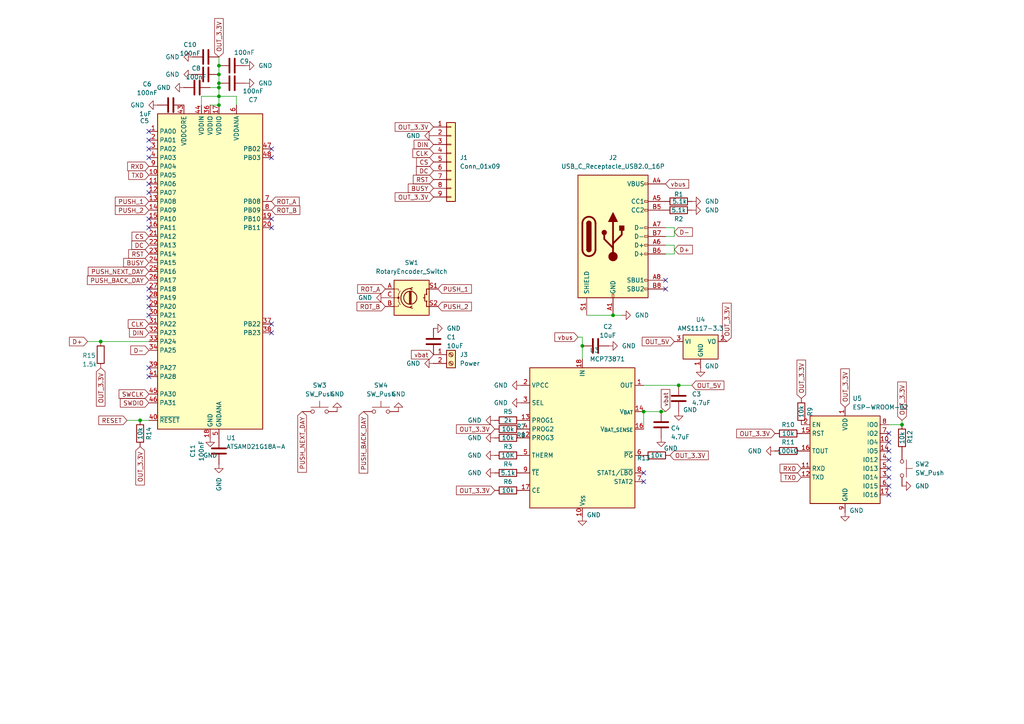
<source format=kicad_sch>
(kicad_sch (version 20250114) (generator "eeschema") (generator_version "9.0")
  (paper "A4")
  (lib_symbols
    (symbol "Battery_Management:MCP73871"
      (property "Reference" "U" (at -7.62 24.13 0))
      (property "Value" "MCP73871" (at -15.24 21.59 0))
      (symbol "MCP73871_0_1"
        (rectangle (start -15.24 20.32) (end 15.24 -20.32) (stroke (width 0.254)) (fill (type background)))
      )
      (symbol "MCP73871_1_1"
        (pin input line (at -17.78 15.24 0) (length 2.54) (name "VPCC") (number "2"))
        (pin input line (at -17.78 10.16 0) (length 2.54) (name "SEL") (number "3"))
        (pin bidirectional line (at -17.78 5.08 0) (length 2.54) (name "PROG1") (number "13"))
        (pin input line (at -17.78 2.54 0) (length 2.54) (name "PROG2") (number "4"))
        (pin bidirectional line (at -17.78 0 0) (length 2.54) (name "PROG3") (number "12"))
        (pin bidirectional line (at -17.78 -5.08 0) (length 2.54) (name "THERM") (number "5"))
        (pin input line (at -17.78 -10.16 0) (length 2.54) (name "~{TE}") (number "9"))
        (pin input line (at -17.78 -15.24 0) (length 2.54) (name "CE") (number "17"))
        (pin power_in line (at 0 22.86 270) (length 2.54) (name "IN") (number "18"))
        (pin passive line (at 0 22.86 270) (length 2.54) (hide yes) (name "IN") (number "19"))
        (pin power_in line (at 0 -22.86 90) (length 2.54) (name "V_{SS}") (number "10"))
        (pin passive line (at 0 -22.86 90) (length 2.54) (hide yes) (name "V_{SS}") (number "11"))
        (pin passive line (at 0 -22.86 90) (length 2.54) (hide yes) (name "V_{SS}") (number "21"))
        (pin power_out line (at 17.78 15.24 180) (length 2.54) (name "OUT") (number "1"))
        (pin passive line (at 17.78 15.24 180) (length 2.54) (hide yes) (name "OUT") (number "20"))
        (pin power_out line (at 17.78 7.62 180) (length 2.54) (name "V_{BAT}") (number "14"))
        (pin passive line (at 17.78 7.62 180) (length 2.54) (hide yes) (name "V_{BAT}") (number "15"))
        (pin input line (at 17.78 2.54 180) (length 2.54) (name "V_{BAT_SENSE}") (number "16"))
        (pin open_collector line (at 17.78 -5.08 180) (length 2.54) (name "~{PG}") (number "6"))
        (pin open_collector line (at 17.78 -10.16 180) (length 2.54) (name "STAT1/~{LBO}") (number "8"))
        (pin open_collector line (at 17.78 -12.7 180) (length 2.54) (name "STAT2") (number "7"))
      )
    )
    (symbol "Connector:Screw_Terminal_01x02" (pin_names (offset 1.016) (hide yes))
      (property "Reference" "J" (at 0 2.54 0))
      (property "Value" "Screw_Terminal_01x02" (at 0 -5.08 0))
      (symbol "Screw_Terminal_01x02_1_1"
        (rectangle (start -1.27 1.27) (end 1.27 -3.81) (stroke (width 0.254)) (fill (type background)))
        (polyline (pts (xy -0.5334 0.3302) (xy 0.3302 -0.508)) (stroke (width 0.1524)))
        (polyline (pts (xy -0.5334 -2.2098) (xy 0.3302 -3.048)) (stroke (width 0.1524)))
        (polyline (pts (xy -0.3556 0.508) (xy 0.508 -0.3302)) (stroke (width 0.1524)))
        (polyline (pts (xy -0.3556 -2.032) (xy 0.508 -2.8702)) (stroke (width 0.1524)))
        (circle (center 0 0) (radius 0.635) (stroke (width 0.1524)))
        (circle (center 0 -2.54) (radius 0.635) (stroke (width 0.1524)))
        (pin passive line (at -5.08 0 0) (length 3.81) (name "Pin_1") (number "1"))
        (pin passive line (at -5.08 -2.54 0) (length 3.81) (name "Pin_2") (number "2"))
      )
    )
    (symbol "Connector:USB_C_Receptacle_USB2.0_16P" (pin_names (offset 1.016))
      (property "Reference" "J" (at 0 22.225 0))
      (property "Value" "USB_C_Receptacle_USB2.0_16P" (at 0 19.685 0))
      (symbol "USB_C_Receptacle_USB2.0_16P_0_0"
        (rectangle (start -0.254 -17.78) (end 0.254 -16.764))
        (rectangle (start 10.16 15.494) (end 9.144 14.986))
        (rectangle (start 10.16 10.414) (end 9.144 9.906))
        (rectangle (start 10.16 7.874) (end 9.144 7.366))
        (rectangle (start 10.16 2.794) (end 9.144 2.286))
        (rectangle (start 10.16 0.254) (end 9.144 -0.254))
        (rectangle (start 10.16 -2.286) (end 9.144 -2.794))
        (rectangle (start 10.16 -4.826) (end 9.144 -5.334))
        (rectangle (start 10.16 -12.446) (end 9.144 -12.954))
        (rectangle (start 10.16 -14.986) (end 9.144 -15.494))
      )
      (symbol "USB_C_Receptacle_USB2.0_16P_0_1"
        (rectangle (start -10.16 17.78) (end 10.16 -17.78) (stroke (width 0.254)) (fill (type background)))
        (polyline (pts (xy -8.89 -3.81) (xy -8.89 3.81)) (stroke (width 0.508)))
        (rectangle (start -7.62 -3.81) (end -6.35 3.81) (stroke (width 0.254)) (fill (type outline)))
        (arc (start -7.62 3.81) (mid -6.985 4.4423) (end -6.35 3.81) (stroke (width 0.254)))
        (arc (start -7.62 3.81) (mid -6.985 4.4423) (end -6.35 3.81) (stroke (width 0.254)) (fill (type outline)))
        (arc (start -8.89 3.81) (mid -6.985 5.7067) (end -5.08 3.81) (stroke (width 0.508)))
        (arc (start -5.08 -3.81) (mid -6.985 -5.7067) (end -8.89 -3.81) (stroke (width 0.508)))
        (arc (start -6.35 -3.81) (mid -6.985 -4.4423) (end -7.62 -3.81) (stroke (width 0.254)))
        (arc (start -6.35 -3.81) (mid -6.985 -4.4423) (end -7.62 -3.81) (stroke (width 0.254)) (fill (type outline)))
        (polyline (pts (xy -5.08 3.81) (xy -5.08 -3.81)) (stroke (width 0.508)))
        (circle (center -2.54 1.143) (radius 0.635) (stroke (width 0.254)) (fill (type outline)))
        (polyline (pts (xy -1.27 4.318) (xy 0 6.858) (xy 1.27 4.318) (xy -1.27 4.318)) (stroke (width 0.254)) (fill (type outline)))
        (polyline (pts (xy 0 -2.032) (xy 2.54 0.508) (xy 2.54 1.778)) (stroke (width 0.508)))
        (polyline (pts (xy 0 -3.302) (xy -2.54 -0.762) (xy -2.54 0.508)) (stroke (width 0.508)))
        (polyline (pts (xy 0 -5.842) (xy 0 4.318)) (stroke (width 0.508)))
        (circle (center 0 -5.842) (radius 1.27) (fill (type outline)))
        (rectangle (start 1.905 1.778) (end 3.175 3.048) (stroke (width 0.254)) (fill (type outline)))
      )
      (symbol "USB_C_Receptacle_USB2.0_16P_1_1"
        (pin passive line (at -7.62 -22.86 90) (length 5.08) (name "SHIELD") (number "S1"))
        (pin passive line (at 0 -22.86 90) (length 5.08) (name "GND") (number "A1"))
        (pin passive line (at 0 -22.86 90) (length 5.08) (hide yes) (name "GND") (number "A12"))
        (pin passive line (at 0 -22.86 90) (length 5.08) (hide yes) (name "GND") (number "B1"))
        (pin passive line (at 0 -22.86 90) (length 5.08) (hide yes) (name "GND") (number "B12"))
        (pin passive line (at 15.24 15.24 180) (length 5.08) (name "VBUS") (number "A4"))
        (pin passive line (at 15.24 15.24 180) (length 5.08) (hide yes) (name "VBUS") (number "A9"))
        (pin passive line (at 15.24 15.24 180) (length 5.08) (hide yes) (name "VBUS") (number "B4"))
        (pin passive line (at 15.24 15.24 180) (length 5.08) (hide yes) (name "VBUS") (number "B9"))
        (pin bidirectional line (at 15.24 10.16 180) (length 5.08) (name "CC1") (number "A5"))
        (pin bidirectional line (at 15.24 7.62 180) (length 5.08) (name "CC2") (number "B5"))
        (pin bidirectional line (at 15.24 2.54 180) (length 5.08) (name "D-") (number "A7"))
        (pin bidirectional line (at 15.24 0 180) (length 5.08) (name "D-") (number "B7"))
        (pin bidirectional line (at 15.24 -2.54 180) (length 5.08) (name "D+") (number "A6"))
        (pin bidirectional line (at 15.24 -5.08 180) (length 5.08) (name "D+") (number "B6"))
        (pin bidirectional line (at 15.24 -12.7 180) (length 5.08) (name "SBU1") (number "A8"))
        (pin bidirectional line (at 15.24 -15.24 180) (length 5.08) (name "SBU2") (number "B8"))
      )
    )
    (symbol "Connector_Generic:Conn_01x09" (pin_names (offset 1.016) (hide yes))
      (property "Reference" "J" (at 0 12.7 0))
      (property "Value" "Conn_01x09" (at 0 -12.7 0))
      (symbol "Conn_01x09_1_1"
        (rectangle (start -1.27 11.43) (end 1.27 -11.43) (stroke (width 0.254)) (fill (type background)))
        (rectangle (start -1.27 10.287) (end 0 10.033) (stroke (width 0.1524)))
        (rectangle (start -1.27 7.747) (end 0 7.493) (stroke (width 0.1524)))
        (rectangle (start -1.27 5.207) (end 0 4.953) (stroke (width 0.1524)))
        (rectangle (start -1.27 2.667) (end 0 2.413) (stroke (width 0.1524)))
        (rectangle (start -1.27 0.127) (end 0 -0.127) (stroke (width 0.1524)))
        (rectangle (start -1.27 -2.413) (end 0 -2.667) (stroke (width 0.1524)))
        (rectangle (start -1.27 -4.953) (end 0 -5.207) (stroke (width 0.1524)))
        (rectangle (start -1.27 -7.493) (end 0 -7.747) (stroke (width 0.1524)))
        (rectangle (start -1.27 -10.033) (end 0 -10.287) (stroke (width 0.1524)))
        (pin passive line (at -5.08 10.16 0) (length 3.81) (name "Pin_1") (number "1"))
        (pin passive line (at -5.08 7.62 0) (length 3.81) (name "Pin_2") (number "2"))
        (pin passive line (at -5.08 5.08 0) (length 3.81) (name "Pin_3") (number "3"))
        (pin passive line (at -5.08 2.54 0) (length 3.81) (name "Pin_4") (number "4"))
        (pin passive line (at -5.08 0 0) (length 3.81) (name "Pin_5") (number "5"))
        (pin passive line (at -5.08 -2.54 0) (length 3.81) (name "Pin_6") (number "6"))
        (pin passive line (at -5.08 -5.08 0) (length 3.81) (name "Pin_7") (number "7"))
        (pin passive line (at -5.08 -7.62 0) (length 3.81) (name "Pin_8") (number "8"))
        (pin passive line (at -5.08 -10.16 0) (length 3.81) (name "Pin_9") (number "9"))
      )
    )
    (symbol "Device:C" (pin_numbers (hide yes)) (pin_names (offset 0.254))
      (property "Reference" "C" (at 0.635 2.54 0))
      (property "Value" "C" (at 0.635 -2.54 0))
      (symbol "C_0_1"
        (polyline (pts (xy -2.032 0.762) (xy 2.032 0.762)) (stroke (width 0.508)))
        (polyline (pts (xy -2.032 -0.762) (xy 2.032 -0.762)) (stroke (width 0.508)))
      )
      (symbol "C_1_1"
        (pin passive line (at 0 3.81 270) (length 2.794) (name "~") (number "1"))
        (pin passive line (at 0 -3.81 90) (length 2.794) (name "~") (number "2"))
      )
    )
    (symbol "Device:R" (pin_numbers (hide yes)) (pin_names (offset 0))
      (property "Reference" "R" (at 2.032 0 90))
      (property "Value" "R" (at 0 0 90))
      (symbol "R_0_1"
        (rectangle (start -1.016 -2.54) (end 1.016 2.54) (stroke (width 0.254)))
      )
      (symbol "R_1_1"
        (pin passive line (at 0 3.81 270) (length 1.27) (name "~") (number "1"))
        (pin passive line (at 0 -3.81 90) (length 1.27) (name "~") (number "2"))
      )
    )
    (symbol "Device:RotaryEncoder_Switch" (pin_names (offset 0.254) (hide yes))
      (property "Reference" "SW" (at 0 6.604 0))
      (property "Value" "RotaryEncoder_Switch" (at 0 -6.604 0))
      (symbol "RotaryEncoder_Switch_0_1"
        (rectangle (start -5.08 5.08) (end 5.08 -5.08) (stroke (width 0.254)) (fill (type background)))
        (polyline (pts (xy -5.08 2.54) (xy -3.81 2.54) (xy -3.81 2.032)))
        (polyline (pts (xy -5.08 0) (xy -3.81 0) (xy -3.81 -1.016) (xy -3.302 -2.032)))
        (polyline (pts (xy -5.08 -2.54) (xy -3.81 -2.54) (xy -3.81 -2.032)))
        (polyline (pts (xy -4.318 0) (xy -3.81 0) (xy -3.81 1.016) (xy -3.302 2.032)))
        (circle (center -3.81 0) (radius 0.254) (fill (type outline)))
        (polyline (pts (xy -0.635 -1.778) (xy -0.635 1.778)) (stroke (width 0.254)))
        (circle (center -0.381 0) (radius 1.905) (stroke (width 0.254)))
        (polyline (pts (xy -0.381 -1.778) (xy -0.381 1.778)) (stroke (width 0.254)))
        (arc (start -0.381 -2.794) (mid -3.0988 -0.0635) (end -0.381 2.667) (stroke (width 0.254)))
        (polyline (pts (xy -0.127 1.778) (xy -0.127 -1.778)) (stroke (width 0.254)))
        (polyline (pts (xy 0.254 2.921) (xy -0.508 2.667) (xy 0.127 2.286)) (stroke (width 0.254)))
        (polyline (pts (xy 0.254 -3.048) (xy -0.508 -2.794) (xy 0.127 -2.413)) (stroke (width 0.254)))
        (polyline (pts (xy 3.81 1.016) (xy 3.81 -1.016)) (stroke (width 0.254)))
        (polyline (pts (xy 3.81 0) (xy 3.429 0)) (stroke (width 0.254)))
        (circle (center 4.318 1.016) (radius 0.127) (stroke (width 0.254)))
        (circle (center 4.318 -1.016) (radius 0.127) (stroke (width 0.254)))
        (polyline (pts (xy 5.08 2.54) (xy 4.318 2.54) (xy 4.318 1.016)) (stroke (width 0.254)))
        (polyline (pts (xy 5.08 -2.54) (xy 4.318 -2.54) (xy 4.318 -1.016)) (stroke (width 0.254)))
      )
      (symbol "RotaryEncoder_Switch_1_1"
        (pin passive line (at -7.62 2.54 0) (length 2.54) (name "A") (number "A"))
        (pin passive line (at -7.62 0 0) (length 2.54) (name "C") (number "C"))
        (pin passive line (at -7.62 -2.54 0) (length 2.54) (name "B") (number "B"))
        (pin passive line (at 7.62 2.54 180) (length 2.54) (name "S1") (number "S1"))
        (pin passive line (at 7.62 -2.54 180) (length 2.54) (name "S2") (number "S2"))
      )
    )
    (symbol "MCU_Microchip_SAMD:ATSAMD21G18A-A"
      (property "Reference" "U" (at -13.97 46.99 0))
      (property "Value" "ATSAMD21G18A-A" (at 16.51 46.99 0))
      (symbol "ATSAMD21G18A-A_0_1"
        (rectangle (start -15.24 45.72) (end 15.24 -45.72) (stroke (width 0.254)) (fill (type background)))
      )
      (symbol "ATSAMD21G18A-A_1_1"
        (pin bidirectional line (at -17.78 40.64 0) (length 2.54) (name "PA00") (number "1"))
        (pin bidirectional line (at -17.78 38.1 0) (length 2.54) (name "PA01") (number "2"))
        (pin bidirectional line (at -17.78 35.56 0) (length 2.54) (name "PA02") (number "3"))
        (pin bidirectional line (at -17.78 33.02 0) (length 2.54) (name "PA03") (number "4"))
        (pin bidirectional line (at -17.78 30.48 0) (length 2.54) (name "PA04") (number "9"))
        (pin bidirectional line (at -17.78 27.94 0) (length 2.54) (name "PA05") (number "10"))
        (pin bidirectional line (at -17.78 25.4 0) (length 2.54) (name "PA06") (number "11"))
        (pin bidirectional line (at -17.78 22.86 0) (length 2.54) (name "PA07") (number "12"))
        (pin bidirectional line (at -17.78 20.32 0) (length 2.54) (name "PA08") (number "13"))
        (pin bidirectional line (at -17.78 17.78 0) (length 2.54) (name "PA09") (number "14"))
        (pin bidirectional line (at -17.78 15.24 0) (length 2.54) (name "PA10") (number "15"))
        (pin bidirectional line (at -17.78 12.7 0) (length 2.54) (name "PA11") (number "16"))
        (pin bidirectional line (at -17.78 10.16 0) (length 2.54) (name "PA12") (number "21"))
        (pin bidirectional line (at -17.78 7.62 0) (length 2.54) (name "PA13") (number "22"))
        (pin bidirectional line (at -17.78 5.08 0) (length 2.54) (name "PA14") (number "23"))
        (pin bidirectional line (at -17.78 2.54 0) (length 2.54) (name "PA15") (number "24"))
        (pin bidirectional line (at -17.78 0 0) (length 2.54) (name "PA16") (number "25"))
        (pin bidirectional line (at -17.78 -2.54 0) (length 2.54) (name "PA17") (number "26"))
        (pin bidirectional line (at -17.78 -5.08 0) (length 2.54) (name "PA18") (number "27"))
        (pin bidirectional line (at -17.78 -7.62 0) (length 2.54) (name "PA19") (number "28"))
        (pin bidirectional line (at -17.78 -10.16 0) (length 2.54) (name "PA20") (number "29"))
        (pin bidirectional line (at -17.78 -12.7 0) (length 2.54) (name "PA21") (number "30"))
        (pin bidirectional line (at -17.78 -15.24 0) (length 2.54) (name "PA22") (number "31"))
        (pin bidirectional line (at -17.78 -17.78 0) (length 2.54) (name "PA23") (number "32"))
        (pin bidirectional line (at -17.78 -20.32 0) (length 2.54) (name "PA24") (number "33"))
        (pin bidirectional line (at -17.78 -22.86 0) (length 2.54) (name "PA25") (number "34"))
        (pin bidirectional line (at -17.78 -27.94 0) (length 2.54) (name "PA27") (number "39"))
        (pin bidirectional line (at -17.78 -30.48 0) (length 2.54) (name "PA28") (number "41"))
        (pin bidirectional line (at -17.78 -35.56 0) (length 2.54) (name "PA30") (number "45"))
        (pin bidirectional line (at -17.78 -38.1 0) (length 2.54) (name "PA31") (number "46"))
        (pin input line (at -17.78 -43.18 0) (length 2.54) (name "~{RESET}") (number "40"))
        (pin power_out line (at -7.62 48.26 270) (length 2.54) (name "VDDCORE") (number "43"))
        (pin power_in line (at -2.54 48.26 270) (length 2.54) (name "VDDIN") (number "44"))
        (pin power_in line (at 0 48.26 270) (length 2.54) (name "VDDIO") (number "36"))
        (pin power_in line (at 0 -48.26 90) (length 2.54) (name "GND") (number "18"))
        (pin passive line (at 0 -48.26 90) (length 2.54) (hide yes) (name "GND") (number "35"))
        (pin passive line (at 0 -48.26 90) (length 2.54) (hide yes) (name "GND") (number "42"))
        (pin power_in line (at 2.54 48.26 270) (length 2.54) (name "VDDIO") (number "17"))
        (pin power_in line (at 2.54 -48.26 90) (length 2.54) (name "GNDANA") (number "5"))
        (pin power_in line (at 7.62 48.26 270) (length 2.54) (name "VDDANA") (number "6"))
        (pin bidirectional line (at 17.78 35.56 180) (length 2.54) (name "PB02") (number "47"))
        (pin bidirectional line (at 17.78 33.02 180) (length 2.54) (name "PB03") (number "48"))
        (pin bidirectional line (at 17.78 20.32 180) (length 2.54) (name "PB08") (number "7"))
        (pin bidirectional line (at 17.78 17.78 180) (length 2.54) (name "PB09") (number "8"))
        (pin bidirectional line (at 17.78 15.24 180) (length 2.54) (name "PB10") (number "19"))
        (pin bidirectional line (at 17.78 12.7 180) (length 2.54) (name "PB11") (number "20"))
        (pin bidirectional line (at 17.78 -15.24 180) (length 2.54) (name "PB22") (number "37"))
        (pin bidirectional line (at 17.78 -17.78 180) (length 2.54) (name "PB23") (number "38"))
      )
    )
    (symbol "RF_Module:ESP-WROOM-02"
      (property "Reference" "U" (at -7.62 13.97 0))
      (property "Value" "ESP-WROOM-02" (at 10.16 13.97 0))
      (symbol "ESP-WROOM-02_0_1"
        (rectangle (start 10.16 12.7) (end -10.16 -12.7) (stroke (width 0.254)) (fill (type background)))
      )
      (symbol "ESP-WROOM-02_1_1"
        (pin input line (at -12.7 10.16 0) (length 2.54) (name "EN") (number "2"))
        (pin input line (at -12.7 7.62 0) (length 2.54) (name "RST") (number "15"))
        (pin input line (at -12.7 2.54 0) (length 2.54) (name "TOUT") (number "16"))
        (pin bidirectional line (at -12.7 -2.54 0) (length 2.54) (name "RXD") (number "11"))
        (pin bidirectional line (at -12.7 -5.08 0) (length 2.54) (name "TXD") (number "12"))
        (pin power_in line (at 0 15.24 270) (length 2.54) (name "VDD") (number "1"))
        (pin passive line (at 0 -15.24 90) (length 2.54) (hide yes) (name "GND") (number "13"))
        (pin passive line (at 0 -15.24 90) (length 2.54) (hide yes) (name "GND") (number "18"))
        (pin passive line (at 0 -15.24 90) (length 2.54) (hide yes) (name "GND") (number "19"))
        (pin power_in line (at 0 -15.24 90) (length 2.54) (name "GND") (number "9"))
        (pin bidirectional line (at 12.7 10.16 180) (length 2.54) (name "IO0") (number "8"))
        (pin bidirectional line (at 12.7 7.62 180) (length 2.54) (name "IO2") (number "7"))
        (pin bidirectional line (at 12.7 5.08 180) (length 2.54) (name "IO4") (number "10"))
        (pin bidirectional line (at 12.7 2.54 180) (length 2.54) (name "IO5") (number "14"))
        (pin bidirectional line (at 12.7 0 180) (length 2.54) (name "IO12") (number "4"))
        (pin bidirectional line (at 12.7 -2.54 180) (length 2.54) (name "IO13") (number "5"))
        (pin bidirectional line (at 12.7 -5.08 180) (length 2.54) (name "IO14") (number "3"))
        (pin bidirectional line (at 12.7 -7.62 180) (length 2.54) (name "IO15") (number "6"))
        (pin bidirectional line (at 12.7 -10.16 180) (length 2.54) (name "IO16") (number "17"))
      )
    )
    (symbol "Regulator_Linear:AMS1117-3.3"
      (property "Reference" "U" (at -3.81 3.175 0))
      (property "Value" "AMS1117-3.3" (at 0 3.175 0))
      (symbol "AMS1117-3.3_0_1"
        (rectangle (start -5.08 -5.08) (end 5.08 1.905) (stroke (width 0.254)) (fill (type background)))
      )
      (symbol "AMS1117-3.3_1_1"
        (pin power_in line (at -7.62 0 0) (length 2.54) (name "VI") (number "3"))
        (pin power_in line (at 0 -7.62 90) (length 2.54) (name "GND") (number "1"))
        (pin power_out line (at 7.62 0 180) (length 2.54) (name "VO") (number "2"))
      )
    )
    (symbol "Switch:SW_Push" (pin_numbers (hide yes)) (pin_names (offset 1.016) (hide yes))
      (property "Reference" "SW" (at 1.27 2.54 0))
      (property "Value" "SW_Push" (at 0 -1.524 0))
      (symbol "SW_Push_0_1"
        (circle (center -2.032 0) (radius 0.508))
        (polyline (pts (xy 0 1.27) (xy 0 3.048)))
        (circle (center 2.032 0) (radius 0.508))
        (polyline (pts (xy 2.54 1.27) (xy -2.54 1.27)))
        (pin passive line (at -5.08 0 0) (length 2.54) (name "1") (number "1"))
        (pin passive line (at 5.08 0 180) (length 2.54) (name "2") (number "2"))
      )
    )
    (symbol "power:GND" (power) (pin_numbers (hide yes)) (pin_names (offset 0) (hide yes))
      (property "Value" "GND" (at 0 -3.81 0))
      (symbol "GND_0_1"
        (polyline (pts (xy 0 0) (xy 0 -1.27) (xy 1.27 -1.27) (xy 0 -2.54) (xy -1.27 -1.27) (xy 0 -1.27)))
      )
      (symbol "GND_1_1"
        (pin power_in line (at 0 0 270) (length 0) (name "~") (number "1"))
      )
    )
  )
  (junction (at 191.77 119.38))
  (junction (at 63.5 27.94))
  (junction (at 63.5 21.59))
  (junction (at 63.5 24.13))
  (junction (at 63.5 25.4))
  (junction (at 186.69 119.38))
  (junction (at 63.5 30.48))
  (junction (at 29.21 99.06))
  (junction (at 261.62 123.19))
  (junction (at 177.8 91.44))
  (junction (at 63.5 19.05))
  (junction (at 40.64 121.92))
  (junction (at 168.91 100.33))
  (junction (at 196.85 111.76))
  (no_connect (at 257.81 138.43))
  (no_connect (at 78.74 63.5))
  (no_connect (at 43.18 86.36))
  (no_connect (at 43.18 88.9))
  (no_connect (at 78.74 96.52))
  (no_connect (at 43.18 109.22))
  (no_connect (at 43.18 66.04))
  (no_connect (at 257.81 135.89))
  (no_connect (at 193.04 81.28))
  (no_connect (at 43.18 43.18))
  (no_connect (at 78.74 93.98))
  (no_connect (at 257.81 130.81))
  (no_connect (at 257.81 128.27))
  (no_connect (at 78.74 66.04))
  (no_connect (at 43.18 83.82))
  (no_connect (at 43.18 91.44))
  (no_connect (at 186.69 139.7))
  (no_connect (at 43.18 40.64))
  (no_connect (at 186.69 137.16))
  (no_connect (at 43.18 63.5))
  (no_connect (at 257.81 133.35))
  (no_connect (at 43.18 45.72))
  (no_connect (at 193.04 83.82))
  (no_connect (at 78.74 43.18))
  (no_connect (at 43.18 38.1))
  (no_connect (at 257.81 125.73))
  (no_connect (at 78.74 45.72))
  (no_connect (at 43.18 53.34))
  (no_connect (at 43.18 106.68))
  (no_connect (at 257.81 140.97))
  (no_connect (at 43.18 55.88))
  (no_connect (at 257.81 143.51))
  (wire (pts (xy 36.83 121.92) (xy 40.64 121.92)))
  (wire (pts (xy 193.04 73.66) (xy 195.58 73.66)))
  (wire (pts (xy 170.18 91.44) (xy 177.8 91.44)))
  (wire (pts (xy 58.42 27.94) (xy 63.5 27.94)))
  (wire (pts (xy 63.5 19.05) (xy 63.5 21.59)))
  (wire (pts (xy 200.66 111.76) (xy 196.85 111.76)))
  (wire (pts (xy 193.04 119.38) (xy 191.77 119.38)))
  (wire (pts (xy 168.91 104.14) (xy 168.91 100.33)))
  (wire (pts (xy 63.5 27.94) (xy 68.58 27.94)))
  (wire (pts (xy 58.42 30.48) (xy 58.42 27.94)))
  (wire (pts (xy 195.58 71.12) (xy 195.58 73.66)))
  (wire (pts (xy 257.81 123.19) (xy 261.62 123.19)))
  (wire (pts (xy 177.8 91.44) (xy 180.34 91.44)))
  (wire (pts (xy 186.69 119.38) (xy 186.69 124.46)))
  (wire (pts (xy 193.04 71.12) (xy 195.58 71.12)))
  (wire (pts (xy 60.96 30.48) (xy 63.5 30.48)))
  (wire (pts (xy 193.04 66.04) (xy 195.58 66.04)))
  (wire (pts (xy 191.77 119.38) (xy 186.69 119.38)))
  (wire (pts (xy 195.58 66.04) (xy 195.58 68.58)))
  (wire (pts (xy 63.5 27.94) (xy 63.5 30.48)))
  (wire (pts (xy 63.5 25.4) (xy 60.96 25.4)))
  (wire (pts (xy 63.5 16.51) (xy 63.5 19.05)))
  (wire (pts (xy 68.58 27.94) (xy 68.58 30.48)))
  (wire (pts (xy 25.4 99.06) (xy 29.21 99.06)))
  (wire (pts (xy 168.91 97.79) (xy 167.64 97.79)))
  (wire (pts (xy 63.5 21.59) (xy 63.5 24.13)))
  (wire (pts (xy 261.62 123.19) (xy 261.62 121.92)))
  (wire (pts (xy 186.69 111.76) (xy 196.85 111.76)))
  (wire (pts (xy 193.04 68.58) (xy 195.58 68.58)))
  (wire (pts (xy 168.91 100.33) (xy 168.91 97.79)))
  (wire (pts (xy 63.5 27.94) (xy 63.5 25.4)))
  (wire (pts (xy 63.5 24.13) (xy 63.5 25.4)))
  (wire (pts (xy 29.21 99.06) (xy 43.18 99.06)))
  (wire (pts (xy 40.64 121.92) (xy 43.18 121.92)))
  (global_label "OUT_3.3V" (shape input) (at 232.41 115.57 90) (property "Intersheetrefs" "${INTERSHEET_REFS}" (effects (hide yes))))
  (global_label "OUT_3.3V" (shape input) (at 261.62 121.92 90) (property "Intersheetrefs" "${INTERSHEET_REFS}" (effects (hide yes))))
  (global_label "SWDIO" (shape input) (at 43.18 116.84 180) (property "Intersheetrefs" "${INTERSHEET_REFS}" (effects (hide yes))))
  (global_label "OUT_5V" (shape input) (at 195.58 99.06 180) (property "Intersheetrefs" "${INTERSHEET_REFS}" (effects (hide yes))))
  (global_label "OUT_3.3V" (shape input) (at 63.5 16.51 90) (property "Intersheetrefs" "${INTERSHEET_REFS}" (effects (hide yes))))
  (global_label "ROT_B" (shape input) (at 111.76 88.9 180) (property "Intersheetrefs" "${INTERSHEET_REFS}" (effects (hide yes))))
  (global_label "OUT_3.3V" (shape input) (at 210.82 99.06 90) (property "Intersheetrefs" "${INTERSHEET_REFS}" (effects (hide yes))))
  (global_label "PUSH_2" (shape input) (at 127 88.9 0) (property "Intersheetrefs" "${INTERSHEET_REFS}" (effects (hide yes))))
  (global_label "D-" (shape input) (at 43.18 101.6 180) (property "Intersheetrefs" "${INTERSHEET_REFS}" (effects (hide yes))))
  (global_label "OUT_3.3V" (shape input) (at 125.73 57.15 180) (property "Intersheetrefs" "${INTERSHEET_REFS}" (effects (hide yes))))
  (global_label "PUSH_1" (shape input) (at 43.18 58.42 180) (property "Intersheetrefs" "${INTERSHEET_REFS}" (effects (hide yes))))
  (global_label "BUSY" (shape input) (at 43.18 76.2 180) (property "Intersheetrefs" "${INTERSHEET_REFS}" (effects (hide yes))))
  (global_label "ROT_A" (shape input) (at 111.76 83.82 180) (property "Intersheetrefs" "${INTERSHEET_REFS}" (effects (hide yes))))
  (global_label "vbat" (shape input) (at 193.04 119.38 90) (property "Intersheetrefs" "${INTERSHEET_REFS}" (effects (hide yes))))
  (global_label "D+" (shape input) (at 195.58 72.39 0) (property "Intersheetrefs" "${INTERSHEET_REFS}" (effects (hide yes))))
  (global_label "OUT_3.3V" (shape input) (at 224.79 125.73 180) (property "Intersheetrefs" "${INTERSHEET_REFS}" (effects (hide yes))))
  (global_label "ROT_A" (shape input) (at 78.74 58.42 0) (property "Intersheetrefs" "${INTERSHEET_REFS}" (effects (hide yes))))
  (global_label "PUSH_2" (shape input) (at 43.18 60.96 180) (property "Intersheetrefs" "${INTERSHEET_REFS}" (effects (hide yes))))
  (global_label "OUT_3.3V" (shape input) (at 143.51 142.24 180) (property "Intersheetrefs" "${INTERSHEET_REFS}" (effects (hide yes))))
  (global_label "DIN" (shape input) (at 43.18 96.52 180) (property "Intersheetrefs" "${INTERSHEET_REFS}" (effects (hide yes))))
  (global_label "vbus" (shape input) (at 167.64 97.79 180) (property "Intersheetrefs" "${INTERSHEET_REFS}" (effects (hide yes))))
  (global_label "PUSH_1" (shape input) (at 127 83.82 0) (property "Intersheetrefs" "${INTERSHEET_REFS}" (effects (hide yes))))
  (global_label "DC" (shape input) (at 43.18 71.12 180) (property "Intersheetrefs" "${INTERSHEET_REFS}" (effects (hide yes))))
  (global_label "OUT_3.3V" (shape input) (at 29.21 106.68 270) (property "Intersheetrefs" "${INTERSHEET_REFS}" (effects (hide yes))))
  (global_label "TXD" (shape input) (at 43.18 50.8 180) (property "Intersheetrefs" "${INTERSHEET_REFS}" (effects (hide yes))))
  (global_label "RST" (shape input) (at 125.73 52.07 180) (property "Intersheetrefs" "${INTERSHEET_REFS}" (effects (hide yes))))
  (global_label "OUT_5V" (shape input) (at 200.66 111.76 0) (property "Intersheetrefs" "${INTERSHEET_REFS}" (effects (hide yes))))
  (global_label "CS" (shape input) (at 43.18 68.58 180) (property "Intersheetrefs" "${INTERSHEET_REFS}" (effects (hide yes))))
  (global_label "SWCLK" (shape input) (at 43.18 114.3 180) (property "Intersheetrefs" "${INTERSHEET_REFS}" (effects (hide yes))))
  (global_label "BUSY" (shape input) (at 125.73 54.61 180) (property "Intersheetrefs" "${INTERSHEET_REFS}" (effects (hide yes))))
  (global_label "CLK" (shape input) (at 125.73 44.45 180) (property "Intersheetrefs" "${INTERSHEET_REFS}" (effects (hide yes))))
  (global_label "OUT_3.3V" (shape input) (at 125.73 36.83 180) (property "Intersheetrefs" "${INTERSHEET_REFS}" (effects (hide yes))))
  (global_label "D-" (shape input) (at 195.58 67.31 0) (property "Intersheetrefs" "${INTERSHEET_REFS}" (effects (hide yes))))
  (global_label "vbat" (shape input) (at 125.73 102.87 180) (property "Intersheetrefs" "${INTERSHEET_REFS}" (effects (hide yes))))
  (global_label "CLK" (shape input) (at 43.18 93.98 180) (property "Intersheetrefs" "${INTERSHEET_REFS}" (effects (hide yes))))
  (global_label "OUT_3.3V" (shape input) (at 143.51 124.46 180) (property "Intersheetrefs" "${INTERSHEET_REFS}" (effects (hide yes))))
  (global_label "TXD" (shape input) (at 232.41 138.43 180) (property "Intersheetrefs" "${INTERSHEET_REFS}" (effects (hide yes))))
  (global_label "D+" (shape input) (at 25.4 99.06 180) (property "Intersheetrefs" "${INTERSHEET_REFS}" (effects (hide yes))))
  (global_label "RESET" (shape input) (at 36.83 121.92 180) (property "Intersheetrefs" "${INTERSHEET_REFS}" (effects (hide yes))))
  (global_label "OUT_3.3V" (shape input) (at 245.11 118.11 90) (property "Intersheetrefs" "${INTERSHEET_REFS}" (effects (hide yes))))
  (global_label "DC" (shape input) (at 125.73 49.53 180) (property "Intersheetrefs" "${INTERSHEET_REFS}" (effects (hide yes))))
  (global_label "CS" (shape input) (at 125.73 46.99 180) (property "Intersheetrefs" "${INTERSHEET_REFS}" (effects (hide yes))))
  (global_label "RST" (shape input) (at 43.18 73.66 180) (property "Intersheetrefs" "${INTERSHEET_REFS}" (effects (hide yes))))
  (global_label "PUSH_BACK_DAY" (shape input) (at 105.41 119.38 270) (property "Intersheetrefs" "${INTERSHEET_REFS}" (effects (hide yes))))
  (global_label "DIN" (shape input) (at 125.73 41.91 180) (property "Intersheetrefs" "${INTERSHEET_REFS}" (effects (hide yes))))
  (global_label "PUSH_NEXT_DAY" (shape input) (at 43.18 78.74 180) (property "Intersheetrefs" "${INTERSHEET_REFS}" (effects (hide yes))))
  (global_label "OUT_3.3V" (shape input) (at 40.64 129.54 270) (property "Intersheetrefs" "${INTERSHEET_REFS}" (effects (hide yes))))
  (global_label "ROT_B" (shape input) (at 78.74 60.96 0) (property "Intersheetrefs" "${INTERSHEET_REFS}" (effects (hide yes))))
  (global_label "RXD" (shape input) (at 232.41 135.89 180) (property "Intersheetrefs" "${INTERSHEET_REFS}" (effects (hide yes))))
  (global_label "RXD" (shape input) (at 43.18 48.26 180) (property "Intersheetrefs" "${INTERSHEET_REFS}" (effects (hide yes))))
  (global_label "vbus" (shape input) (at 193.04 53.34 0) (property "Intersheetrefs" "${INTERSHEET_REFS}" (effects (hide yes))))
  (global_label "OUT_3.3V" (shape input) (at 194.31 132.08 0) (property "Intersheetrefs" "${INTERSHEET_REFS}" (effects (hide yes))))
  (global_label "PUSH_NEXT_DAY" (shape input) (at 87.63 119.38 270) (property "Intersheetrefs" "${INTERSHEET_REFS}" (effects (hide yes))))
  (global_label "PUSH_BACK_DAY" (shape input) (at 43.18 81.28 180) (property "Intersheetrefs" "${INTERSHEET_REFS}" (effects (hide yes))))
  (symbol (lib_id "power:GND") (at 200.66 58.42 90) (unit 1)
    (property "Reference" "#PWR04" (effects (hide yes)))
    (property "Value" "GND" (at 204.47 58.4199 90) (effects (justify right)))
    (property "Description" "Power symbol creates a global label with name \"GND\" , ground" (effects (hide yes)))
  )
  (symbol (lib_id "Device:C") (at 57.15 25.4 270) (unit 1)
    (property "Reference" "C6" (at 42.672 24.384 90))
    (property "Value" "100nF" (at 42.672 26.924 90))
    (property "Footprint" "Capacitor_SMD:C_0603_1608Metric" (effects (hide yes)))
    (property "Description" "Unpolarized capacitor" (effects (hide yes)))
  )
  (symbol (lib_id "power:GND") (at 143.51 121.92 270) (unit 1)
    (property "Reference" "#PWR018" (effects (hide yes)))
    (property "Value" "GND" (at 139.7 121.9201 90) (effects (justify right)))
    (property "Description" "Power symbol creates a global label with name \"GND\" , ground" (effects (hide yes)))
  )
  (symbol (lib_id "power:GND") (at 97.79 119.38 180) (unit 1)
    (property "Reference" "#PWR030" (effects (hide yes)))
    (property "Value" "GND" (at 97.79 114.3 0))
    (property "Description" "Power symbol creates a global label with name \"GND\" , ground" (effects (hide yes)))
  )
  (symbol (lib_id "power:GND") (at 55.88 16.51 270) (unit 1)
    (property "Reference" "#PWR026" (effects (hide yes)))
    (property "Value" "GND" (at 52.07 16.5099 90) (effects (justify right)))
    (property "Description" "Power symbol creates a global label with name \"GND\" , ground" (effects (hide yes)))
  )
  (symbol (lib_id "Device:R") (at 196.85 58.42 270) (unit 1)
    (property "Reference" "R1" (at 196.85 56.388 90))
    (property "Value" "5.1k" (at 197.104 58.42 90))
    (property "Footprint" "Resistor_SMD:R_0603_1608Metric" (effects (hide yes)))
    (property "Description" "Resistor" (effects (hide yes)))
  )
  (symbol (lib_id "power:GND") (at 180.34 91.44 90) (unit 1)
    (property "Reference" "#PWR08" (effects (hide yes)))
    (property "Value" "GND" (at 184.15 91.4399 90) (effects (justify right)))
    (property "Description" "Power symbol creates a global label with name \"GND\" , ground" (effects (hide yes)))
  )
  (symbol (lib_id "Device:C") (at 196.85 115.57 0) (unit 1)
    (property "Reference" "C3" (at 200.66 114.2999 0) (effects (justify left)))
    (property "Value" "4.7uF" (at 200.66 116.8399 0) (effects (justify left)))
    (property "Footprint" "Capacitor_SMD:C_0603_1608Metric" (effects (hide yes)))
    (property "Description" "Unpolarized capacitor" (effects (hide yes)))
  )
  (symbol (lib_id "power:GND") (at 125.73 95.25 90) (unit 1)
    (property "Reference" "#PWR02" (effects (hide yes)))
    (property "Value" "GND" (at 129.54 95.2499 90) (effects (justify right)))
    (property "Description" "Power symbol creates a global label with name \"GND\" , ground" (effects (hide yes)))
  )
  (symbol (lib_id "power:GND") (at 191.77 127 0) (unit 1)
    (property "Reference" "#PWR013" (effects (hide yes)))
    (property "Value" "GND" (at 194.564 130.048 0))
    (property "Description" "Power symbol creates a global label with name \"GND\" , ground" (effects (hide yes)))
  )
  (symbol (lib_id "Device:R") (at 196.85 60.96 90) (unit 1)
    (property "Reference" "R2" (at 196.85 63.5 90))
    (property "Value" "5.1k" (at 196.85 60.96 90))
    (property "Footprint" "Resistor_SMD:R_0603_1608Metric" (effects (hide yes)))
    (property "Description" "Resistor" (effects (hide yes)))
  )
  (symbol (lib_id "power:GND") (at 125.73 105.41 270) (unit 1)
    (property "Reference" "#PWR03" (effects (hide yes)))
    (property "Value" "GND" (at 121.92 105.4099 90) (effects (justify right)))
    (property "Description" "Power symbol creates a global label with name \"GND\" , ground" (effects (hide yes)))
  )
  (symbol (lib_id "power:GND") (at 196.85 119.38 0) (unit 1)
    (property "Reference" "#PWR011" (effects (hide yes)))
    (property "Value" "GND" (at 200.152 118.872 0))
    (property "Description" "Power symbol creates a global label with name \"GND\" , ground" (effects (hide yes)))
  )
  (symbol (lib_id "Device:R") (at 40.64 125.73 180) (unit 1)
    (property "Reference" "R14" (at 43.18 125.73 90))
    (property "Value" "10k" (at 40.64 125.73 90))
    (property "Footprint" "Resistor_SMD:R_0603_1608Metric" (effects (hide yes)))
    (property "Description" "Resistor" (effects (hide yes)))
  )
  (symbol (lib_id "power:GND") (at 60.96 127 0) (unit 1)
    (property "Reference" "#PWR027" (effects (hide yes)))
    (property "Value" "GND" (at 60.96 132.08 0))
    (property "Description" "Power symbol creates a global label with name \"GND\" , ground" (effects (hide yes)))
  )
  (symbol (lib_id "power:GND") (at 203.2 106.68 0) (unit 1)
    (property "Reference" "#PWR010" (effects (hide yes)))
    (property "Value" "GND" (at 206.502 106.172 0))
    (property "Description" "Power symbol creates a global label with name \"GND\" , ground" (effects (hide yes)))
  )
  (symbol (lib_id "Device:C") (at 67.31 19.05 90) (unit 1)
    (property "Reference" "C9" (at 70.866 17.78 90))
    (property "Value" "100nF" (at 70.866 15.24 90))
    (property "Footprint" "Capacitor_SMD:C_0603_1608Metric" (effects (hide yes)))
    (property "Description" "Unpolarized capacitor" (effects (hide yes)))
  )
  (symbol (lib_id "Device:R") (at 147.32 124.46 270) (unit 1)
    (property "Reference" "R7" (at 151.13 123.698 90))
    (property "Value" "10k" (at 147.32 124.46 90))
    (property "Footprint" "Resistor_SMD:R_0603_1608Metric" (effects (hide yes)))
    (property "Description" "Resistor" (effects (hide yes)))
  )
  (symbol (lib_id "Device:R") (at 147.32 137.16 270) (unit 1)
    (property "Reference" "R4" (at 147.32 134.62 90))
    (property "Value" "5.1k" (at 147.32 137.16 90))
    (property "Footprint" "Resistor_SMD:R_0603_1608Metric" (effects (hide yes)))
    (property "Description" "Resistor" (effects (hide yes)))
  )
  (symbol (lib_id "power:GND") (at 55.88 21.59 270) (unit 1)
    (property "Reference" "#PWR024" (effects (hide yes)))
    (property "Value" "GND" (at 52.07 21.5899 90) (effects (justify right)))
    (property "Description" "Power symbol creates a global label with name \"GND\" , ground" (effects (hide yes)))
  )
  (symbol (lib_id "power:GND") (at 143.51 132.08 270) (unit 1)
    (property "Reference" "#PWR016" (effects (hide yes)))
    (property "Value" "GND" (at 139.7 132.0799 90) (effects (justify right)))
    (property "Description" "Power symbol creates a global label with name \"GND\" , ground" (effects (hide yes)))
  )
  (symbol (lib_id "power:GND") (at 151.13 116.84 270) (unit 1)
    (property "Reference" "#PWR015" (effects (hide yes)))
    (property "Value" "GND" (at 147.32 116.8399 90) (effects (justify right)))
    (property "Description" "Power symbol creates a global label with name \"GND\" , ground" (effects (hide yes)))
  )
  (symbol (lib_id "power:GND") (at 71.12 24.13 90) (unit 1)
    (property "Reference" "#PWR023" (effects (hide yes)))
    (property "Value" "GND" (at 74.93 24.1301 90) (effects (justify right)))
    (property "Description" "Power symbol creates a global label with name \"GND\" , ground" (effects (hide yes)))
  )
  (symbol (lib_id "power:GND") (at 125.73 39.37 270) (unit 1)
    (property "Reference" "#PWR01" (effects (hide yes)))
    (property "Value" "GND" (at 121.92 39.3699 90) (effects (justify right)))
    (property "Description" "Power symbol creates a global label with name \"GND\" , ground" (effects (hide yes)))
  )
  (symbol (lib_id "power:GND") (at 261.62 140.97 90) (unit 1)
    (property "Reference" "#PWR029" (effects (hide yes)))
    (property "Value" "GND" (at 265.43 140.9699 90) (effects (justify right)))
    (property "Description" "Power symbol creates a global label with name \"GND\" , ground" (effects (hide yes)))
  )
  (symbol (lib_id "power:GND") (at 176.53 100.33 90) (unit 1)
    (property "Reference" "#PWR09" (effects (hide yes)))
    (property "Value" "GND" (at 180.34 100.3299 90) (effects (justify right)))
    (property "Description" "Power symbol creates a global label with name \"GND\" , ground" (effects (hide yes)))
  )
  (symbol (lib_id "Device:R") (at 190.5 132.08 90) (unit 1)
    (property "Reference" "R13" (at 186.69 132.842 90))
    (property "Value" "10k" (at 190.5 132.08 90))
    (property "Footprint" "Resistor_SMD:R_0603_1608Metric" (effects (hide yes)))
    (property "Description" "Resistor" (effects (hide yes)))
  )
  (symbol (lib_id "Device:R") (at 147.32 132.08 90) (unit 1)
    (property "Reference" "R3" (at 147.32 129.54 90))
    (property "Value" "10K" (at 147.32 132.08 90))
    (property "Footprint" "Resistor_SMD:R_0603_1608Metric" (effects (hide yes)))
    (property "Description" "Resistor" (effects (hide yes)))
  )
  (symbol (lib_id "Device:R") (at 228.6 125.73 270) (unit 1)
    (property "Reference" "R10" (at 228.6 123.19 90))
    (property "Value" "10k" (at 228.6 125.73 90))
    (property "Footprint" "Resistor_SMD:R_0603_1608Metric" (effects (hide yes)))
    (property "Description" "Resistor" (effects (hide yes)))
  )
  (symbol (lib_id "Device:R") (at 232.41 119.38 180) (unit 1)
    (property "Reference" "R9" (at 234.95 119.38 90))
    (property "Value" "10k" (at 232.41 119.38 90))
    (property "Footprint" "Resistor_SMD:R_0603_1608Metric" (effects (hide yes)))
    (property "Description" "Resistor" (effects (hide yes)))
  )
  (symbol (lib_id "power:GND") (at 143.51 137.16 270) (unit 1)
    (property "Reference" "#PWR017" (effects (hide yes)))
    (property "Value" "GND" (at 139.7 137.1601 90) (effects (justify right)))
    (property "Description" "Power symbol creates a global label with name \"GND\" , ground" (effects (hide yes)))
  )
  (symbol (lib_id "Device:R") (at 261.62 127 0) (unit 1)
    (property "Reference" "R12" (at 263.906 126.746 90))
    (property "Value" "10k" (at 261.62 127 90))
    (property "Footprint" "Resistor_SMD:R_0603_1608Metric" (effects (hide yes)))
    (property "Description" "Resistor" (effects (hide yes)))
  )
  (symbol (lib_id "power:GND") (at 53.34 25.4 270) (unit 1)
    (property "Reference" "#PWR022" (effects (hide yes)))
    (property "Value" "GND" (at 49.53 25.3999 90) (effects (justify right)))
    (property "Description" "Power symbol creates a global label with name \"GND\" , ground" (effects (hide yes)))
  )
  (symbol (lib_id "power:GND") (at 151.13 111.76 270) (unit 1)
    (property "Reference" "#PWR014" (effects (hide yes)))
    (property "Value" "GND" (at 147.32 111.7599 90) (effects (justify right)))
    (property "Description" "Power symbol creates a global label with name \"GND\" , ground" (effects (hide yes)))
  )
  (symbol (lib_id "Device:C") (at 63.5 130.81 0) (unit 1)
    (property "Reference" "C11" (at 55.88 130.81 90))
    (property "Value" "100nF" (at 58.42 130.81 90))
    (property "Footprint" "Capacitor_SMD:C_0603_1608Metric" (effects (hide yes)))
    (property "Description" "Unpolarized capacitor" (effects (hide yes)))
  )
  (symbol (lib_id "Device:R") (at 147.32 142.24 270) (unit 1)
    (property "Reference" "R6" (at 147.32 139.7 90))
    (property "Value" "10k" (at 147.32 142.24 90))
    (property "Footprint" "Resistor_SMD:R_0603_1608Metric" (effects (hide yes)))
    (property "Description" "Resistor" (effects (hide yes)))
  )
  (symbol (lib_id "power:GND") (at 224.79 130.81 270) (unit 1)
    (property "Reference" "#PWR019" (effects (hide yes)))
    (property "Value" "GND" (at 220.98 130.8099 90) (effects (justify right)))
    (property "Description" "Power symbol creates a global label with name \"GND\" , ground" (effects (hide yes)))
  )
  (symbol (lib_id "power:GND") (at 71.12 19.05 90) (unit 1)
    (property "Reference" "#PWR025" (effects (hide yes)))
    (property "Value" "GND" (at 74.93 19.0501 90) (effects (justify right)))
    (property "Description" "Power symbol creates a global label with name \"GND\" , ground" (effects (hide yes)))
  )
  (symbol (lib_id "power:GND") (at 143.51 127 270) (unit 1)
    (property "Reference" "#PWR07" (effects (hide yes)))
    (property "Value" "GND" (at 139.7 127.0001 90) (effects (justify right)))
    (property "Description" "Power symbol creates a global label with name \"GND\" , ground" (effects (hide yes)))
  )
  (symbol (lib_id "Device:C") (at 67.31 24.13 90) (unit 1)
    (property "Reference" "C7" (at 73.406 28.956 90))
    (property "Value" "100nF" (at 73.406 26.416 90))
    (property "Footprint" "Capacitor_SMD:C_0603_1608Metric" (effects (hide yes)))
    (property "Description" "Unpolarized capacitor" (effects (hide yes)))
  )
  (symbol (lib_id "Connector_Generic:Conn_01x09") (at 130.81 46.99 0) (unit 1)
    (property "Reference" "J1" (at 133.35 45.7199 0) (effects (justify left)))
    (property "Value" "Conn_01x09" (at 133.35 48.2599 0) (effects (justify left)))
    (property "Footprint" "Connector_PinHeader_1.00mm:PinHeader_1x09_P1.00mm_Vertical" (effects (hide yes)))
    (property "Description" "Generic connector, single row, 01x09, script generated (kicad-library-utils/schlib/autogen/connector/)" (effects (hide yes)))
  )
  (symbol (lib_id "Battery_Management:MCP73871") (at 168.91 127 0) (unit 1)
    (property "Reference" "U3" (at 171.0533 101.6 0) (effects (justify left)))
    (property "Value" "MCP73871" (at 171.0533 104.14 0) (effects (justify left)))
    (property "Footprint" "Package_DFN_QFN:QFN-20-1EP_4x4mm_P0.5mm_EP2.5x2.5mm" (effects (hide yes)))
    (property "Datasheet" "http://www.mouser.com/ds/2/268/22090a-52174.pdf" (effects (hide yes)))
    (property "Description" "Single cell, Li-Ion/Li-Po charge management controller" (effects (hide yes)))
  )
  (symbol (lib_id "power:GND") (at 111.76 86.36 270) (unit 1)
    (property "Reference" "#PWR06" (effects (hide yes)))
    (property "Value" "GND" (at 107.95 86.3599 90) (effects (justify right)))
    (property "Description" "Power symbol creates a global label with name \"GND\" , ground" (effects (hide yes)))
  )
  (symbol (lib_id "Device:R") (at 228.6 130.81 270) (unit 1)
    (property "Reference" "R11" (at 228.6 128.27 90))
    (property "Value" "100kΩ" (at 228.6 130.81 90))
    (property "Footprint" "Resistor_SMD:R_0603_1608Metric" (effects (hide yes)))
    (property "Description" "Resistor" (effects (hide yes)))
  )
  (symbol (lib_id "Device:C") (at 191.77 123.19 0) (unit 1)
    (property "Reference" "C4" (at 194.564 124.206 0) (effects (justify left)))
    (property "Value" "4.7uF" (at 194.564 126.746 0) (effects (justify left)))
    (property "Footprint" "Capacitor_SMD:C_0603_1608Metric" (effects (hide yes)))
    (property "Description" "Unpolarized capacitor" (effects (hide yes)))
  )
  (symbol (lib_id "MCU_Microchip_SAMD:ATSAMD21G18A-A") (at 60.96 78.74 0) (unit 1)
    (property "Reference" "U1" (at 65.6433 127 0) (effects (justify left)))
    (property "Value" "ATSAMD21G18A-A" (at 65.6433 129.54 0) (effects (justify left)))
    (property "Footprint" "Package_QFP:TQFP-48_7x7mm_P0.5mm" (effects (hide yes)))
    (property "Datasheet" "http://ww1.microchip.com/downloads/en/DeviceDoc/SAM_D21_DA1_Family_Data%20Sheet_DS40001882E.pdf" (effects (hide yes)))
    (property "Description" "SAM D21 Microchip SMART ARM-based Flash MCU, 48Mhz, 256K Flash, 32K SRAM, TQFP-48" (effects (hide yes)))
  )
  (symbol (lib_id "Switch:SW_Push") (at 261.62 135.89 270) (unit 1)
    (property "Reference" "SW2" (at 265.43 134.6199 90) (effects (justify left)))
    (property "Value" "SW_Push" (at 265.43 137.1599 90) (effects (justify left)))
    (property "Footprint" "Button_Switch_THT:SW_PUSH_6mm" (effects (hide yes)))
    (property "Description" "Push button switch, generic, two pins" (effects (hide yes)))
  )
  (symbol (lib_id "Device:R") (at 147.32 121.92 270) (unit 1)
    (property "Reference" "R5" (at 147.32 119.38 90))
    (property "Value" "2k" (at 147.32 121.92 90))
    (property "Footprint" "Resistor_SMD:R_0603_1608Metric" (effects (hide yes)))
    (property "Description" "Resistor" (effects (hide yes)))
  )
  (symbol (lib_id "Device:C") (at 172.72 100.33 90) (unit 1)
    (property "Reference" "C2" (at 176.276 94.742 90))
    (property "Value" "10uF" (at 176.276 97.282 90))
    (property "Footprint" "Capacitor_SMD:C_0603_1608Metric" (effects (hide yes)))
    (property "Description" "Unpolarized capacitor" (effects (hide yes)))
  )
  (symbol (lib_id "power:GND") (at 63.5 134.62 0) (unit 1)
    (property "Reference" "#PWR028" (effects (hide yes)))
    (property "Value" "GND" (at 63.4999 138.43 90) (effects (justify right)))
    (property "Description" "Power symbol creates a global label with name \"GND\" , ground" (effects (hide yes)))
  )
  (symbol (lib_id "Switch:SW_Push") (at 92.71 119.38 0) (unit 1)
    (property "Reference" "SW3" (at 92.71 111.76 0))
    (property "Value" "SW_Push" (at 92.71 114.3 0))
    (property "Footprint" "Button_Switch_THT:SW_PUSH_6mm" (effects (hide yes)))
    (property "Description" "Push button switch, generic, two pins" (effects (hide yes)))
  )
  (symbol (lib_id "Connector:Screw_Terminal_01x02") (at 130.81 102.87 0) (unit 1)
    (property "Reference" "J3" (at 133.35 102.8699 0) (effects (justify left)))
    (property "Value" "Power" (at 133.35 105.4099 0) (effects (justify left)))
    (property "Footprint" "TerminalBlock:TerminalBlock_bornier-2_P5.08mm" (effects (hide yes)))
    (property "Description" "Generic screw terminal, single row, 01x02, script generated (kicad-library-utils/schlib/autogen/connector/)" (effects (hide yes)))
  )
  (symbol (lib_id "RF_Module:ESP-WROOM-02") (at 245.11 133.35 0) (unit 1)
    (property "Reference" "U5" (at 247.2533 115.57 0) (effects (justify left)))
    (property "Value" "ESP-WROOM-02" (at 247.2533 118.11 0) (effects (justify left)))
    (property "Footprint" "RF_Module:ESP-WROOM-02" (effects (hide yes)))
    (property "Datasheet" "https://www.espressif.com/sites/default/files/documentation/0c-esp-wroom-02_datasheet_en.pdf" (effects (hide yes)))
    (property "Description" "Wi-Fi Module, ESP8266EX SoC, 32-bit, 802.11b/g/n, WPA/WPA2, 2.7-3.6V, SMD" (effects (hide yes)))
  )
  (symbol (lib_id "power:GND") (at 45.72 30.48 270) (unit 1)
    (property "Reference" "#PWR021" (effects (hide yes)))
    (property "Value" "GND" (at 41.91 30.4799 90) (effects (justify right)))
    (property "Description" "Power symbol creates a global label with name \"GND\" , ground" (effects (hide yes)))
  )
  (symbol (lib_id "power:GND") (at 200.66 60.96 90) (unit 1)
    (property "Reference" "#PWR05" (effects (hide yes)))
    (property "Value" "GND" (at 204.47 60.9599 90) (effects (justify right)))
    (property "Description" "Power symbol creates a global label with name \"GND\" , ground" (effects (hide yes)))
  )
  (symbol (lib_id "Device:C") (at 125.73 99.06 0) (unit 1)
    (property "Reference" "C1" (at 129.54 97.7899 0) (effects (justify left)))
    (property "Value" "10uF" (at 129.54 100.3299 0) (effects (justify left)))
    (property "Footprint" "Capacitor_SMD:C_0603_1608Metric" (effects (hide yes)))
    (property "Description" "Unpolarized capacitor" (effects (hide yes)))
  )
  (symbol (lib_id "Regulator_Linear:AMS1117-3.3") (at 203.2 99.06 0) (unit 1)
    (property "Reference" "U4" (at 203.2 92.71 0))
    (property "Value" "AMS1117-3.3" (at 203.2 95.25 0))
    (property "Footprint" "Package_TO_SOT_SMD:SOT-223-3_TabPin2" (effects (hide yes)))
    (property "Datasheet" "http://www.advanced-monolithic.com/pdf/ds1117.pdf" (effects (hide yes)))
    (property "Description" "1A Low Dropout regulator, positive, 3.3V fixed output, SOT-223" (effects (hide yes)))
  )
  (symbol (lib_id "Device:C") (at 49.53 30.48 270) (unit 1)
    (property "Reference" "C5" (at 41.91 35.052 90))
    (property "Value" "1uF" (at 42.164 33.02 90))
    (property "Footprint" "Capacitor_SMD:C_0603_1608Metric" (effects (hide yes)))
    (property "Description" "Unpolarized capacitor" (effects (hide yes)))
  )
  (symbol (lib_id "power:GND") (at 245.11 148.59 0) (unit 1)
    (property "Reference" "#PWR020" (effects (hide yes)))
    (property "Value" "GND" (at 248.412 148.082 0))
    (property "Description" "Power symbol creates a global label with name \"GND\" , ground" (effects (hide yes)))
  )
  (symbol (lib_id "Device:RotaryEncoder_Switch") (at 119.38 86.36 0) (unit 1)
    (property "Reference" "SW1" (at 119.38 76.2 0))
    (property "Value" "RotaryEncoder_Switch" (at 119.38 78.74 0))
    (property "Footprint" "Rotary_Encoder:RotaryEncoder_Alps_EC11E-Switch_Vertical_H20mm" (effects (hide yes)))
    (property "Description" "Rotary encoder, dual channel, incremental quadrate outputs, with switch" (effects (hide yes)))
  )
  (symbol (lib_id "power:GND") (at 115.57 119.38 180) (unit 1)
    (property "Reference" "#PWR031" (effects (hide yes)))
    (property "Value" "GND" (at 115.57 114.3 0))
    (property "Description" "Power symbol creates a global label with name \"GND\" , ground" (effects (hide yes)))
  )
  (symbol (lib_id "Device:R") (at 147.32 127 270) (unit 1)
    (property "Reference" "R8" (at 151.13 126.238 90))
    (property "Value" "10k" (at 147.32 127 90))
    (property "Footprint" "Resistor_SMD:R_0603_1608Metric" (effects (hide yes)))
    (property "Description" "Resistor" (effects (hide yes)))
  )
  (symbol (lib_id "Connector:USB_C_Receptacle_USB2.0_16P") (at 177.8 68.58 0) (unit 1)
    (property "Reference" "J2" (at 177.8 45.72 0))
    (property "Value" "USB_C_Receptacle_USB2.0_16P" (at 177.8 48.26 0))
    (property "Footprint" "Connector_USB:USB_C_Receptacle_HCTL_HC-TYPE-C-16P-01A" (effects (hide yes)))
    (property "Datasheet" "https://www.usb.org/sites/default/files/documents/usb_type-c.zip" (effects (hide yes)))
    (property "Description" "USB 2.0-only 16P Type-C Receptacle connector" (effects (hide yes)))
  )
  (symbol (lib_id "Device:R") (at 29.21 102.87 0) (unit 1)
    (property "Reference" "R15" (at 23.876 103.124 0) (effects (justify left)))
    (property "Value" "1.5k" (at 23.876 105.664 0) (effects (justify left)))
    (property "Footprint" "Resistor_SMD:R_0603_1608Metric" (effects (hide yes)))
    (property "Description" "Resistor" (effects (hide yes)))
  )
  (symbol (lib_id "Device:C") (at 59.69 16.51 270) (unit 1)
    (property "Reference" "C10" (at 55.118 12.954 90))
    (property "Value" "100nF" (at 55.118 15.494 90))
    (property "Footprint" "Capacitor_SMD:C_0603_1608Metric" (effects (hide yes)))
    (property "Description" "Unpolarized capacitor" (effects (hide yes)))
  )
  (symbol (lib_id "Switch:SW_Push") (at 110.49 119.38 0) (unit 1)
    (property "Reference" "SW4" (at 110.49 111.76 0))
    (property "Value" "SW_Push" (at 110.49 114.3 0))
    (property "Footprint" "Button_Switch_THT:SW_PUSH_6mm" (effects (hide yes)))
    (property "Description" "Push button switch, generic, two pins" (effects (hide yes)))
  )
  (symbol (lib_id "Device:C") (at 59.69 21.59 270) (unit 1)
    (property "Reference" "C8" (at 56.896 19.812 90))
    (property "Value" "100nF" (at 56.896 22.352 90))
    (property "Footprint" "Capacitor_SMD:C_0603_1608Metric" (effects (hide yes)))
    (property "Description" "Unpolarized capacitor" (effects (hide yes)))
  )
  (symbol (lib_id "power:GND") (at 168.91 149.86 0) (unit 1)
    (property "Reference" "#PWR012" (effects (hide yes)))
    (property "Value" "GND" (at 172.212 149.352 0))
    (property "Description" "Power symbol creates a global label with name \"GND\" , ground" (effects (hide yes)))
  )
)
</source>
